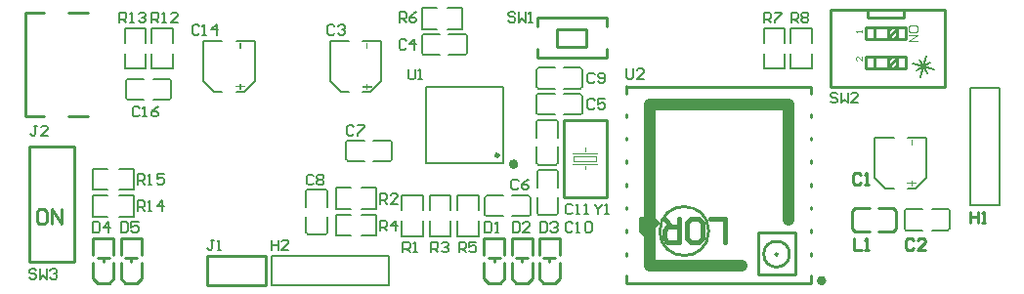
<source format=gto>
G04*
G04 #@! TF.GenerationSoftware,Altium Limited,Altium Designer,24.1.2 (44)*
G04*
G04 Layer_Color=65535*
%FSTAX24Y24*%
%MOIN*%
G70*
G04*
G04 #@! TF.SameCoordinates,D42F5CEB-65A2-4495-9315-5EDE3D0C892D*
G04*
G04*
G04 #@! TF.FilePolarity,Positive*
G04*
G01*
G75*
%ADD10C,0.0060*%
%ADD11C,0.0100*%
%ADD12C,0.0157*%
%ADD13C,0.0080*%
%ADD14C,0.0080*%
%ADD15C,0.0079*%
%ADD16C,0.0394*%
%ADD17C,0.0039*%
G36*
X007455Y008233D02*
X007404D01*
Y008436D01*
X007455D01*
Y008233D01*
D02*
G37*
G36*
X011775Y00823D02*
X011724D01*
Y008433D01*
X011775D01*
Y00823D01*
D02*
G37*
G36*
X007455Y006971D02*
X007599D01*
Y006921D01*
X007455D01*
Y006844D01*
X007404D01*
Y006921D01*
X00726D01*
Y006971D01*
X007404D01*
Y007048D01*
X007455D01*
Y006971D01*
D02*
G37*
G36*
X011775Y006969D02*
X011919D01*
Y006918D01*
X011775D01*
Y006842D01*
X011724D01*
Y006918D01*
X01158D01*
Y006969D01*
X011724D01*
Y007045D01*
X011775D01*
Y006969D01*
D02*
G37*
G36*
X030365Y004933D02*
X030314D01*
Y005136D01*
X030365D01*
Y004933D01*
D02*
G37*
G36*
Y003671D02*
X030509D01*
Y003621D01*
X030365D01*
Y003544D01*
X030314D01*
Y003621D01*
X03017D01*
Y003671D01*
X030314D01*
Y003747D01*
X030365D01*
Y003671D01*
D02*
G37*
D10*
X003581Y007216D02*
G03*
X003521Y007156I0J-00006D01*
G01*
Y006564D02*
G03*
X003581Y006504I00006J0D01*
G01*
X005067Y007156D02*
G03*
X005007Y007216I-00006J0D01*
G01*
Y006504D02*
G03*
X005067Y006564I0J00006D01*
G01*
X018246Y005759D02*
G03*
X018186Y005819I-00006J0D01*
G01*
X017594D02*
G03*
X017534Y005759I0J-00006D01*
G01*
X018186Y004273D02*
G03*
X018246Y004333I0J00006D01*
G01*
X017534D02*
G03*
X017594Y004273I00006J0D01*
G01*
X009674Y001961D02*
G03*
X009734Y001901I00006J0D01*
G01*
X010326D02*
G03*
X010386Y001961I0J00006D01*
G01*
X009734Y003447D02*
G03*
X009674Y003387I0J-00006D01*
G01*
X010386D02*
G03*
X010326Y003447I-00006J0D01*
G01*
X017593Y007596D02*
G03*
X017533Y007536I0J-00006D01*
G01*
Y006944D02*
G03*
X017593Y006884I00006J0D01*
G01*
X019079Y007536D02*
G03*
X019019Y007596I-00006J0D01*
G01*
Y006884D02*
G03*
X019079Y006944I0J00006D01*
G01*
X017593Y006706D02*
G03*
X017533Y006646I0J-00006D01*
G01*
Y006054D02*
G03*
X017593Y005994I00006J0D01*
G01*
X019079Y006646D02*
G03*
X019019Y006706I-00006J0D01*
G01*
Y005994D02*
G03*
X019079Y006054I0J00006D01*
G01*
X013671Y008746D02*
G03*
X013611Y008686I0J-00006D01*
G01*
Y008094D02*
G03*
X013671Y008034I00006J0D01*
G01*
X015157Y008686D02*
G03*
X015097Y008746I-00006J0D01*
G01*
Y008034D02*
G03*
X015157Y008094I0J00006D01*
G01*
X012527Y004404D02*
G03*
X012587Y004464I0J00006D01*
G01*
Y005056D02*
G03*
X012527Y005116I-00006J0D01*
G01*
X011041Y004464D02*
G03*
X011101Y004404I00006J0D01*
G01*
Y005116D02*
G03*
X011041Y005056I0J-00006D01*
G01*
X017544Y002621D02*
G03*
X017604Y002561I00006J0D01*
G01*
X018196D02*
G03*
X018256Y002621I0J00006D01*
G01*
X017604Y004107D02*
G03*
X017544Y004047I0J-00006D01*
G01*
X018256D02*
G03*
X018196Y004107I-00006J0D01*
G01*
X017257Y002524D02*
G03*
X017317Y002584I0J00006D01*
G01*
Y003176D02*
G03*
X017257Y003236I-00006J0D01*
G01*
X015771Y002584D02*
G03*
X015831Y002524I00006J0D01*
G01*
Y003236D02*
G03*
X015771Y003176I0J-00006D01*
G01*
X031567Y002054D02*
G03*
X031627Y002114I0J00006D01*
G01*
Y002706D02*
G03*
X031567Y002766I-00006J0D01*
G01*
X030081Y002114D02*
G03*
X030141Y002054I00006J0D01*
G01*
Y002766D02*
G03*
X030081Y002706I0J-00006D01*
G01*
X003284Y003429D02*
X00379D01*
Y004151D01*
X003284D02*
X00379D01*
X002403Y003429D02*
X002909D01*
X002403D02*
Y004151D01*
X002909D01*
X006532Y006764D02*
X006801D01*
X006164Y007132D02*
X006532Y006764D01*
X006164Y007132D02*
Y008516D01*
X006801D01*
X007279Y006764D02*
X007548D01*
X007916Y007132D01*
Y008516D01*
X007279D02*
X007916D01*
X003581Y006504D02*
X004136D01*
X003581Y007216D02*
X004136D01*
X003521Y006564D02*
Y007156D01*
X004452Y006504D02*
X005007D01*
X004452Y007216D02*
X005007D01*
X005067Y006564D02*
Y007156D01*
X014494Y008919D02*
X015D01*
Y009641D01*
X014494D02*
X015D01*
X013613Y008919D02*
X014119D01*
X013613D02*
Y009641D01*
X014119D01*
X017534Y005204D02*
Y005759D01*
X018246Y005204D02*
Y005759D01*
X017594Y005819D02*
X018186D01*
X017534Y004333D02*
Y004888D01*
X018246Y004333D02*
Y004888D01*
X017594Y004273D02*
X018186D01*
X002403Y003241D02*
X002909D01*
X002403Y002519D02*
Y003241D01*
Y002519D02*
X002909D01*
X003284Y003241D02*
X00379D01*
Y002519D02*
Y003241D01*
X003284Y002519D02*
X00379D01*
X005121Y008444D02*
Y00895D01*
X004399D02*
X005121D01*
X004399Y008444D02*
Y00895D01*
X005121Y007563D02*
Y008069D01*
X004399Y007563D02*
X005121D01*
X004399D02*
Y008069D01*
X004201Y008444D02*
Y00895D01*
X003479D02*
X004201D01*
X003479Y008444D02*
Y00895D01*
X004201Y007563D02*
Y008069D01*
X003479Y007563D02*
X004201D01*
X003479D02*
Y008069D01*
X010386Y001961D02*
Y002516D01*
X009674Y001961D02*
Y002516D01*
X009734Y001901D02*
X010326D01*
X010386Y002832D02*
Y003387D01*
X009674Y002832D02*
Y003387D01*
X009734Y003447D02*
X010326D01*
X01068Y003491D02*
X011186D01*
X01068Y002769D02*
Y003491D01*
Y002769D02*
X011186D01*
X011561Y003491D02*
X012067D01*
Y002769D02*
Y003491D01*
X011561Y002769D02*
X012067D01*
X01068Y002581D02*
X011186D01*
X01068Y001859D02*
Y002581D01*
Y001859D02*
X011186D01*
X011561Y002581D02*
X012067D01*
Y001859D02*
Y002581D01*
X011561Y001859D02*
X012067D01*
X026921Y008444D02*
Y00895D01*
X026199D02*
X026921D01*
X026199Y008444D02*
Y00895D01*
X026921Y007563D02*
Y008069D01*
X026199Y007563D02*
X026921D01*
X026199D02*
Y008069D01*
X026001Y008444D02*
Y00895D01*
X025279D02*
X026001D01*
X025279Y008444D02*
Y00895D01*
X026001Y007563D02*
Y008069D01*
X025279Y007563D02*
X026001D01*
X025279D02*
Y008069D01*
X017593Y006884D02*
X018148D01*
X017593Y007596D02*
X018148D01*
X017533Y006944D02*
Y007536D01*
X018464Y006884D02*
X019019D01*
X018464Y007596D02*
X019019D01*
X019079Y006944D02*
Y007536D01*
X017593Y005994D02*
X018148D01*
X017593Y006706D02*
X018148D01*
X017533Y006054D02*
Y006646D01*
X018464Y005994D02*
X019019D01*
X018464Y006706D02*
X019019D01*
X019079Y006054D02*
Y006646D01*
X010852Y006761D02*
X011121D01*
X010484Y00713D02*
X010852Y006761D01*
X010484Y00713D02*
Y008514D01*
X011121D01*
X011599Y006761D02*
X011868D01*
X012236Y00713D01*
Y008514D01*
X011599D02*
X012236D01*
X013671Y008034D02*
X014226D01*
X013671Y008746D02*
X014226D01*
X013611Y008094D02*
Y008686D01*
X014542Y008034D02*
X015097D01*
X014542Y008746D02*
X015097D01*
X015157Y008094D02*
Y008686D01*
X011972Y005116D02*
X012527D01*
X011972Y004404D02*
X012527D01*
X012587Y004464D02*
Y005056D01*
X011101Y005116D02*
X011656D01*
X011101Y004404D02*
X011656D01*
X011041Y004464D02*
Y005056D01*
X01556Y002734D02*
Y00324D01*
X014838D02*
X01556D01*
X014838Y002734D02*
Y00324D01*
X01556Y001853D02*
Y002359D01*
X014838Y001853D02*
X01556D01*
X014838D02*
Y002359D01*
X013884Y00185D02*
Y002356D01*
Y00185D02*
X014606D01*
Y002356D01*
X013884Y002731D02*
Y003237D01*
X014606D01*
Y002731D02*
Y003237D01*
X012929Y001853D02*
Y002359D01*
Y001853D02*
X013651D01*
Y002359D01*
X012929Y002734D02*
Y00324D01*
X013651D01*
Y002734D02*
Y00324D01*
X017604Y002561D02*
X018196D01*
X018256Y002621D02*
Y003176D01*
X017544Y002621D02*
Y003176D01*
X017604Y004107D02*
X018196D01*
X018256Y003492D02*
Y004047D01*
X017544Y003492D02*
Y004047D01*
X017317Y002584D02*
Y003176D01*
X016702Y003236D02*
X017257D01*
X016702Y002524D02*
X017257D01*
X015771Y002584D02*
Y003176D01*
X015831Y003236D02*
X016386D01*
X015831Y002524D02*
X016386D01*
X030189Y005216D02*
X030826D01*
Y003832D02*
Y005216D01*
X030458Y003464D02*
X030826Y003832D01*
X030189Y003464D02*
X030458D01*
X029074Y005216D02*
X029711D01*
X029074Y003832D02*
Y005216D01*
Y003832D02*
X029442Y003464D01*
X029711D01*
X031627Y002114D02*
Y002706D01*
X031012Y002766D02*
X031567D01*
X031012Y002054D02*
X031567D01*
X030081Y002114D02*
Y002706D01*
X030141Y002766D02*
X030696D01*
X030141Y002054D02*
X030696D01*
D11*
X016253Y004605D02*
G03*
X016253Y004605I-000067J0D01*
G01*
X023404Y002019D02*
G03*
X023404Y002019I-000835J0D01*
G01*
X025758Y001231D02*
G03*
X025758Y001231I-000039J0D01*
G01*
X026159D02*
G03*
X026159Y001231I-00044J0D01*
G01*
X01574Y0012D02*
Y001759D01*
X01644D01*
Y0012D02*
Y001759D01*
X01574Y0004D02*
Y00095D01*
X01644Y0004D02*
Y00095D01*
X01629Y00025D02*
X01644Y0004D01*
X01589Y00025D02*
X01629D01*
X01574Y0004D02*
X01589Y00025D01*
Y0011D02*
X01629D01*
X01609D02*
X01609Y000958D01*
X01668Y0012D02*
Y001759D01*
X01738D01*
Y0012D02*
Y001759D01*
X01668Y0004D02*
Y00095D01*
X01738Y0004D02*
Y00095D01*
X01723Y00025D02*
X01738Y0004D01*
X01683Y00025D02*
X01723D01*
X01668Y0004D02*
X01683Y00025D01*
Y0011D02*
X01723D01*
X01703D02*
X01703Y000958D01*
X0024Y0012D02*
Y001759D01*
X0031D01*
Y0012D02*
Y001759D01*
X0024Y0004D02*
Y00095D01*
X0031Y0004D02*
Y00095D01*
X00295Y00025D02*
X0031Y0004D01*
X00255Y00025D02*
X00295D01*
X0024Y0004D02*
X00255Y00025D01*
Y0011D02*
X00295D01*
X00275D02*
X00275Y000958D01*
X00335Y0012D02*
Y001759D01*
X00405D01*
Y0012D02*
Y001759D01*
X00335Y0004D02*
Y00095D01*
X00405Y0004D02*
Y00095D01*
X0039Y00025D02*
X00405Y0004D01*
X0035Y00025D02*
X0039D01*
X00335Y0004D02*
X0035Y00025D01*
Y0011D02*
X0039D01*
X0037D02*
X0037Y000958D01*
X0063Y00016D02*
Y00116D01*
Y00016D02*
X0083D01*
Y00116D01*
X0063D02*
X0083D01*
X00155Y005942D02*
X002211D01*
X000109D02*
X000715D01*
X00155Y009485D02*
X002211D01*
X000109D02*
X000715D01*
X000109Y005942D02*
Y009485D01*
X028455Y00281D02*
X028905D01*
X028405D02*
X028455D01*
X028305Y00271D02*
X028405Y00281D01*
X028305Y00216D02*
Y00271D01*
Y00211D02*
Y00216D01*
Y00211D02*
X028405Y00201D01*
X028905D01*
X029205D02*
X029655D01*
X029705D01*
X029805Y00211D01*
Y00266D01*
Y00271D01*
X029705Y00281D02*
X029805Y00271D01*
X029205Y00281D02*
X029705D01*
X019915Y007931D02*
Y008243D01*
Y008997D02*
Y009309D01*
X017553D02*
X019915D01*
X017553Y008997D02*
Y009309D01*
Y007931D02*
Y008243D01*
Y007931D02*
X019915D01*
X018234Y00832D02*
Y00892D01*
X019234D01*
Y00832D02*
Y00892D01*
X018234Y00832D02*
X019234D01*
X02883Y00957D02*
X02904D01*
X02883Y00932D02*
Y00957D01*
Y00932D02*
X03007D01*
Y00957D01*
X02977D02*
X03007D01*
X029073Y007577D02*
Y007919D01*
X029746Y007588D02*
Y0076D01*
X02984Y007695D01*
X029533Y007848D02*
X029639Y007955D01*
X029533Y007636D02*
X029545D01*
X02984Y007931D01*
X029534Y007585D02*
Y007927D01*
X02984Y007577D02*
Y007919D01*
X03012Y007556D02*
Y007969D01*
X030108Y007556D02*
X03012D01*
X028762D02*
X030108D01*
X028762D02*
Y007969D01*
X03012D01*
X02757Y00957D02*
X031468D01*
X02757Y00695D02*
Y009566D01*
Y00695D02*
X031468D01*
X03147Y006954D02*
Y00956D01*
X029076Y008578D02*
Y00892D01*
X029749Y00859D02*
Y008601D01*
X029843Y008696D01*
X029536Y008849D02*
X029643Y008956D01*
X029536Y008637D02*
X029548D01*
X029843Y008932D01*
X029537Y008586D02*
Y008928D01*
X029843Y008578D02*
Y00892D01*
X030123Y008557D02*
Y008971D01*
X030111Y008557D02*
X030123D01*
X028765D02*
X030111D01*
X028765D02*
Y008873D01*
Y008971D01*
X030123D01*
X00177Y00097D02*
Y00492D01*
X00022D02*
X00177D01*
X00022Y00097D02*
Y00492D01*
Y00097D02*
X00177D01*
X025089Y000523D02*
X026349D01*
Y00198D01*
X025089D02*
X026349D01*
X025089Y000523D02*
Y00198D01*
X020602Y006697D02*
Y00698D01*
Y005909D02*
Y006003D01*
Y005122D02*
Y005215D01*
Y004334D02*
Y004428D01*
Y003547D02*
Y00364D01*
Y00276D02*
Y002853D01*
Y001973D02*
Y002066D01*
Y001185D02*
Y001279D01*
Y000246D02*
Y000491D01*
X026902Y006697D02*
Y00694D01*
Y005909D02*
Y006003D01*
Y005122D02*
Y005215D01*
Y004334D02*
Y004428D01*
Y003547D02*
Y00364D01*
Y00276D02*
Y002853D01*
Y001972D02*
Y002066D01*
Y001185D02*
Y001278D01*
Y000246D02*
Y000491D01*
X020602Y000246D02*
X026902Y000246D01*
X020601Y00694D02*
X0269Y00694D01*
X018924Y005802D02*
X019476D01*
X018924Y003184D02*
X019476D01*
X019476Y003184D02*
X019928D01*
Y005802D01*
X019476D02*
X019928D01*
X018472D02*
X018924D01*
X018472Y003184D02*
Y005802D01*
Y003184D02*
X018924D01*
X01762Y0012D02*
Y001759D01*
X01832D01*
Y0012D02*
Y001759D01*
X01762Y0004D02*
Y00095D01*
X01832Y0004D02*
Y00095D01*
X01817Y00025D02*
X01832Y0004D01*
X01777Y00025D02*
X01817D01*
X01762Y0004D02*
X01777Y00025D01*
Y0011D02*
X01817D01*
X01797D02*
X01797Y000958D01*
X00132Y00277D02*
Y00227D01*
X000987Y00277D01*
Y00227D01*
X00057D02*
X000737D01*
X00082Y002354D01*
Y002687D01*
X000737Y00277D01*
X00057D01*
X000487Y002687D01*
Y002354D01*
X00057Y00227D01*
X028348Y001767D02*
Y001373D01*
X02861D01*
X028741D02*
X028872D01*
X028807D01*
Y001767D01*
X028741Y001701D01*
X032318Y002687D02*
Y002293D01*
Y00249D01*
X03258D01*
Y002687D01*
Y002293D01*
X032711D02*
X032842D01*
X032777D01*
Y002687D01*
X032711Y002621D01*
X030404Y001701D02*
X030339Y001767D01*
X030208D01*
X030142Y001701D01*
Y001439D01*
X030208Y001373D01*
X030339D01*
X030404Y001439D01*
X030798Y001373D02*
X030536D01*
X030798Y001636D01*
Y001701D01*
X030732Y001767D01*
X030601D01*
X030536Y001701D01*
X0286Y003931D02*
X028534Y003997D01*
X028403D01*
X028338Y003931D01*
Y003669D01*
X028403Y003603D01*
X028534D01*
X0286Y003669D01*
X028731Y003603D02*
X028862D01*
X028797D01*
Y003997D01*
X028731Y003931D01*
D12*
X01667Y004302D02*
G03*
X01667Y004303I000079J0D01*
G01*
X027333Y000326D02*
G03*
X027333Y000326I-000079J0D01*
G01*
X023976Y001651D02*
Y002439D01*
X023451D01*
X022795Y001651D02*
X023057D01*
X023188Y001783D01*
Y002307D01*
X023057Y002439D01*
X022795D01*
X022664Y002307D01*
Y001783D01*
X022795Y001651D01*
X022401Y002439D02*
Y001651D01*
X022008D01*
X021877Y001783D01*
Y002045D01*
X022008Y002176D01*
X022401D01*
X022139D02*
X021877Y002439D01*
X021483Y001914D02*
X021221D01*
X021089Y002045D01*
Y002439D01*
X021483D01*
X021614Y002307D01*
X021483Y002176D01*
X021089D01*
D13*
X00923Y00117D02*
X01248D01*
X03231Y00365D02*
Y0069D01*
D14*
X00848Y00117D02*
X00923D01*
X00848Y00017D02*
Y00117D01*
Y00017D02*
X01248D01*
Y00117D01*
X03231Y0069D02*
X03331D01*
Y0029D02*
Y0069D01*
X03231Y0029D02*
X03331D01*
X03231D02*
Y00365D01*
X030363Y007728D02*
X031094Y007546D01*
X030637Y007271D02*
X03082Y008003D01*
X0305Y0075D02*
X030957Y007774D01*
X030866Y007409D02*
X030591Y007866D01*
D15*
X013757Y004497D02*
Y006937D01*
X016377D01*
Y004327D02*
Y006937D01*
X013757Y004327D02*
X016377D01*
X013757D02*
Y004627D01*
X012845Y009143D02*
Y009497D01*
X013022D01*
X013081Y009438D01*
Y00932D01*
X013022Y009261D01*
X012845D01*
X012963D02*
X013081Y009143D01*
X013435Y009497D02*
X013317Y009438D01*
X013199Y00932D01*
Y009202D01*
X013258Y009143D01*
X013376D01*
X013435Y009202D01*
Y009261D01*
X013376Y00932D01*
X013199D01*
X019514Y002947D02*
Y002888D01*
X019632Y00277D01*
X01975Y002888D01*
Y002947D01*
X019632Y00277D02*
Y002593D01*
X019868D02*
X019986D01*
X019927D01*
Y002947D01*
X019868Y002888D01*
X020595Y007557D02*
Y007262D01*
X020654Y007203D01*
X020772D01*
X020831Y007262D01*
Y007557D01*
X021185Y007203D02*
X020949D01*
X021185Y007439D01*
Y007498D01*
X021126Y007557D01*
X021008D01*
X020949Y007498D01*
X013154Y007547D02*
Y007252D01*
X013213Y007193D01*
X013331D01*
X01339Y007252D01*
Y007547D01*
X013508Y007193D02*
X013626D01*
X013567D01*
Y007547D01*
X013508Y007488D01*
X000464Y000678D02*
X000405Y000737D01*
X000287D01*
X000228Y000678D01*
Y000619D01*
X000287Y00056D01*
X000405D01*
X000464Y000501D01*
Y000442D01*
X000405Y000383D01*
X000287D01*
X000228Y000442D01*
X000582Y000737D02*
Y000383D01*
X0007Y000501D01*
X000818Y000383D01*
Y000737D01*
X000936Y000678D02*
X000995Y000737D01*
X001113D01*
X001172Y000678D01*
Y000619D01*
X001113Y00056D01*
X001054D01*
X001113D01*
X001172Y000501D01*
Y000442D01*
X001113Y000383D01*
X000995D01*
X000936Y000442D01*
X027794Y006688D02*
X027735Y006747D01*
X027617D01*
X027558Y006688D01*
Y006629D01*
X027617Y00657D01*
X027735D01*
X027794Y006511D01*
Y006452D01*
X027735Y006393D01*
X027617D01*
X027558Y006452D01*
X027912Y006747D02*
Y006393D01*
X02803Y006511D01*
X028148Y006393D01*
Y006747D01*
X028502Y006393D02*
X028266D01*
X028502Y006629D01*
Y006688D01*
X028443Y006747D01*
X028325D01*
X028266Y006688D01*
X016803Y009448D02*
X016744Y009507D01*
X016626D01*
X016567Y009448D01*
Y009389D01*
X016626Y00933D01*
X016744D01*
X016803Y009271D01*
Y009212D01*
X016744Y009153D01*
X016626D01*
X016567Y009212D01*
X016921Y009507D02*
Y009153D01*
X017039Y009271D01*
X017157Y009153D01*
Y009507D01*
X017275Y009153D02*
X017393D01*
X017334D01*
Y009507D01*
X017275Y009448D01*
X003927Y003613D02*
Y003967D01*
X004104D01*
X004163Y003908D01*
Y00379D01*
X004104Y003731D01*
X003927D01*
X004045D02*
X004163Y003613D01*
X004281D02*
X0044D01*
X00434D01*
Y003967D01*
X004281Y003908D01*
X004813Y003967D02*
X004577D01*
Y00379D01*
X004695Y003849D01*
X004754D01*
X004813Y00379D01*
Y003672D01*
X004754Y003613D01*
X004636D01*
X004577Y003672D01*
X003927Y002703D02*
Y003057D01*
X004104D01*
X004163Y002998D01*
Y00288D01*
X004104Y002821D01*
X003927D01*
X004045D02*
X004163Y002703D01*
X004281D02*
X0044D01*
X00434D01*
Y003057D01*
X004281Y002998D01*
X004754Y002703D02*
Y003057D01*
X004577Y00288D01*
X004813D01*
X003307Y009133D02*
Y009487D01*
X003484D01*
X003543Y009428D01*
Y00931D01*
X003484Y009251D01*
X003307D01*
X003425D02*
X003543Y009133D01*
X003661D02*
X00378D01*
X00372D01*
Y009487D01*
X003661Y009428D01*
X003957D02*
X004016Y009487D01*
X004134D01*
X004193Y009428D01*
Y009369D01*
X004134Y00931D01*
X004075D01*
X004134D01*
X004193Y009251D01*
Y009192D01*
X004134Y009133D01*
X004016D01*
X003957Y009192D01*
X004407Y009133D02*
Y009487D01*
X004584D01*
X004643Y009428D01*
Y00931D01*
X004584Y009251D01*
X004407D01*
X004525D02*
X004643Y009133D01*
X004761D02*
X00488D01*
X00482D01*
Y009487D01*
X004761Y009428D01*
X005293Y009133D02*
X005057D01*
X005293Y009369D01*
Y009428D01*
X005234Y009487D01*
X005116D01*
X005057Y009428D01*
X026215Y009133D02*
Y009487D01*
X026392D01*
X026451Y009428D01*
Y00931D01*
X026392Y009251D01*
X026215D01*
X026333D02*
X026451Y009133D01*
X026569Y009428D02*
X026628Y009487D01*
X026746D01*
X026805Y009428D01*
Y009369D01*
X026746Y00931D01*
X026805Y009251D01*
Y009192D01*
X026746Y009133D01*
X026628D01*
X026569Y009192D01*
Y009251D01*
X026628Y00931D01*
X026569Y009369D01*
Y009428D01*
X026628Y00931D02*
X026746D01*
X025295Y009133D02*
Y009487D01*
X025472D01*
X025531Y009428D01*
Y00931D01*
X025472Y009251D01*
X025295D01*
X025413D02*
X025531Y009133D01*
X025649Y009487D02*
X025885D01*
Y009428D01*
X025649Y009192D01*
Y009133D01*
X014885Y001293D02*
Y001647D01*
X015062D01*
X015121Y001588D01*
Y00147D01*
X015062Y001411D01*
X014885D01*
X015003D02*
X015121Y001293D01*
X015475Y001647D02*
X015239D01*
Y00147D01*
X015357Y001529D01*
X015416D01*
X015475Y00147D01*
Y001352D01*
X015416Y001293D01*
X015298D01*
X015239Y001352D01*
X012195Y002033D02*
Y002387D01*
X012372D01*
X012431Y002328D01*
Y00221D01*
X012372Y002151D01*
X012195D01*
X012313D02*
X012431Y002033D01*
X012726D02*
Y002387D01*
X012549Y00221D01*
X012785D01*
X013935Y001293D02*
Y001647D01*
X014112D01*
X014171Y001588D01*
Y00147D01*
X014112Y001411D01*
X013935D01*
X014053D02*
X014171Y001293D01*
X014289Y001588D02*
X014348Y001647D01*
X014466D01*
X014525Y001588D01*
Y001529D01*
X014466Y00147D01*
X014407D01*
X014466D01*
X014525Y001411D01*
Y001352D01*
X014466Y001293D01*
X014348D01*
X014289Y001352D01*
X012195Y002953D02*
Y003307D01*
X012372D01*
X012431Y003248D01*
Y00313D01*
X012372Y003071D01*
X012195D01*
X012313D02*
X012431Y002953D01*
X012785D02*
X012549D01*
X012785Y003189D01*
Y003248D01*
X012726Y003307D01*
X012608D01*
X012549Y003248D01*
X012974Y001293D02*
Y001647D01*
X013151D01*
X01321Y001588D01*
Y00147D01*
X013151Y001411D01*
X012974D01*
X013092D02*
X01321Y001293D01*
X013328D02*
X013446D01*
X013387D01*
Y001647D01*
X013328Y001588D01*
X000501Y005617D02*
X000383D01*
X000442D01*
Y005322D01*
X000383Y005263D01*
X000324D01*
X000265Y005322D01*
X000855Y005263D02*
X000619D01*
X000855Y005499D01*
Y005558D01*
X000796Y005617D01*
X000678D01*
X000619Y005558D01*
X00653Y001717D02*
X006412D01*
X006471D01*
Y001422D01*
X006412Y001363D01*
X006353D01*
X006294Y001422D01*
X006648Y001363D02*
X006766D01*
X006707D01*
Y001717D01*
X006648Y001658D01*
X008485Y001717D02*
Y001363D01*
Y00154D01*
X008721D01*
Y001717D01*
Y001363D01*
X009075D02*
X008839D01*
X009075Y001599D01*
Y001658D01*
X009016Y001717D01*
X008898D01*
X008839Y001658D01*
X003355Y002327D02*
Y001973D01*
X003532D01*
X003591Y002032D01*
Y002268D01*
X003532Y002327D01*
X003355D01*
X003945D02*
X003709D01*
Y00215D01*
X003827Y002209D01*
X003886D01*
X003945Y00215D01*
Y002032D01*
X003886Y001973D01*
X003768D01*
X003709Y002032D01*
X002405Y002327D02*
Y001973D01*
X002582D01*
X002641Y002032D01*
Y002268D01*
X002582Y002327D01*
X002405D01*
X002936Y001973D02*
Y002327D01*
X002759Y00215D01*
X002995D01*
X017655Y002327D02*
Y001973D01*
X017832D01*
X017891Y002032D01*
Y002268D01*
X017832Y002327D01*
X017655D01*
X018009Y002268D02*
X018068Y002327D01*
X018186D01*
X018245Y002268D01*
Y002209D01*
X018186Y00215D01*
X018127D01*
X018186D01*
X018245Y002091D01*
Y002032D01*
X018186Y001973D01*
X018068D01*
X018009Y002032D01*
X016715Y002327D02*
Y001973D01*
X016892D01*
X016951Y002032D01*
Y002268D01*
X016892Y002327D01*
X016715D01*
X017305Y001973D02*
X017069D01*
X017305Y002209D01*
Y002268D01*
X017246Y002327D01*
X017128D01*
X017069Y002268D01*
X015768Y002329D02*
Y001974D01*
X015945D01*
X016004Y002034D01*
Y00227D01*
X015945Y002329D01*
X015768D01*
X016122Y001974D02*
X01624D01*
X016181D01*
Y002329D01*
X016122Y00227D01*
X003983Y006218D02*
X003924Y006277D01*
X003806D01*
X003747Y006218D01*
Y005982D01*
X003806Y005923D01*
X003924D01*
X003983Y005982D01*
X004101Y005923D02*
X00422D01*
X00416D01*
Y006277D01*
X004101Y006218D01*
X004633Y006277D02*
X004515Y006218D01*
X004397Y0061D01*
Y005982D01*
X004456Y005923D01*
X004574D01*
X004633Y005982D01*
Y006041D01*
X004574Y0061D01*
X004397D01*
X006023Y009008D02*
X005964Y009067D01*
X005846D01*
X005787Y009008D01*
Y008772D01*
X005846Y008713D01*
X005964D01*
X006023Y008772D01*
X006141Y008713D02*
X00626D01*
X0062D01*
Y009067D01*
X006141Y009008D01*
X006614Y008713D02*
Y009067D01*
X006437Y00889D01*
X006673D01*
X018762Y002888D02*
X018703Y002947D01*
X018585D01*
X018526Y002888D01*
Y002652D01*
X018585Y002593D01*
X018703D01*
X018762Y002652D01*
X01888Y002593D02*
X018999D01*
X01894D01*
Y002947D01*
X01888Y002888D01*
X019176Y002593D02*
X019294D01*
X019235D01*
Y002947D01*
X019176Y002888D01*
X018763Y002268D02*
X018704Y002327D01*
X018586D01*
X018527Y002268D01*
Y002032D01*
X018586Y001973D01*
X018704D01*
X018763Y002032D01*
X018881Y001973D02*
X019D01*
X01894D01*
Y002327D01*
X018881Y002268D01*
X019177D02*
X019236Y002327D01*
X019354D01*
X019413Y002268D01*
Y002032D01*
X019354Y001973D01*
X019236D01*
X019177Y002032D01*
Y002268D01*
X019511Y007358D02*
X019452Y007417D01*
X019334D01*
X019275Y007358D01*
Y007122D01*
X019334Y007063D01*
X019452D01*
X019511Y007122D01*
X019629D02*
X019688Y007063D01*
X019806D01*
X019865Y007122D01*
Y007358D01*
X019806Y007417D01*
X019688D01*
X019629Y007358D01*
Y007299D01*
X019688Y00724D01*
X019865D01*
X009921Y003888D02*
X009862Y003947D01*
X009744D01*
X009685Y003888D01*
Y003652D01*
X009744Y003593D01*
X009862D01*
X009921Y003652D01*
X010039Y003888D02*
X010098Y003947D01*
X010216D01*
X010275Y003888D01*
Y003829D01*
X010216Y00377D01*
X010275Y003711D01*
Y003652D01*
X010216Y003593D01*
X010098D01*
X010039Y003652D01*
Y003711D01*
X010098Y00377D01*
X010039Y003829D01*
Y003888D01*
X010098Y00377D02*
X010216D01*
X011301Y005568D02*
X011242Y005627D01*
X011124D01*
X011065Y005568D01*
Y005332D01*
X011124Y005273D01*
X011242D01*
X011301Y005332D01*
X011419Y005627D02*
X011655D01*
Y005568D01*
X011419Y005332D01*
Y005273D01*
X016911Y003728D02*
X016852Y003787D01*
X016734D01*
X016675Y003728D01*
Y003492D01*
X016734Y003433D01*
X016852D01*
X016911Y003492D01*
X017265Y003787D02*
X017147Y003728D01*
X017029Y00361D01*
Y003492D01*
X017088Y003433D01*
X017206D01*
X017265Y003492D01*
Y003551D01*
X017206Y00361D01*
X017029D01*
X019511Y006468D02*
X019452Y006527D01*
X019334D01*
X019275Y006468D01*
Y006232D01*
X019334Y006173D01*
X019452D01*
X019511Y006232D01*
X019865Y006527D02*
X019629D01*
Y00635D01*
X019747Y006409D01*
X019806D01*
X019865Y00635D01*
Y006232D01*
X019806Y006173D01*
X019688D01*
X019629Y006232D01*
X013081Y008508D02*
X013022Y008567D01*
X012904D01*
X012845Y008508D01*
Y008272D01*
X012904Y008213D01*
X013022D01*
X013081Y008272D01*
X013376Y008213D02*
Y008567D01*
X013199Y00839D01*
X013435D01*
X010641Y009008D02*
X010582Y009067D01*
X010464D01*
X010405Y009008D01*
Y008772D01*
X010464Y008713D01*
X010582D01*
X010641Y008772D01*
X010759Y009008D02*
X010818Y009067D01*
X010936D01*
X010995Y009008D01*
Y008949D01*
X010936Y00889D01*
X010877D01*
X010936D01*
X010995Y008831D01*
Y008772D01*
X010936Y008713D01*
X010818D01*
X010759Y008772D01*
D16*
X026113Y002413D02*
Y00635D01*
X021388D02*
X026113D01*
X021388Y000838D02*
Y00635D01*
Y000838D02*
X024538D01*
D17*
X0192Y004723D02*
Y004863D01*
X018763Y004683D02*
X01959D01*
X019551Y004407D02*
Y004565D01*
X018803Y004407D02*
X019551D01*
X018803D02*
Y004565D01*
X019551D01*
X018763Y004289D02*
X01959D01*
X019196Y004132D02*
Y00425D01*
X028628Y007961D02*
Y00783D01*
X028497Y007961D01*
X028464D01*
X028432Y007928D01*
Y007863D01*
X028464Y00783D01*
X028626Y008808D02*
Y008874D01*
Y008841D01*
X02843D01*
X028462Y008808D01*
X030537Y008873D02*
Y008978D01*
X030485Y00903D01*
X030275D01*
X030223Y008978D01*
Y008873D01*
X030275Y00882D01*
X030485D01*
X030537Y008873D01*
X030223Y008715D02*
X030537D01*
X030223Y008505D01*
X030537D01*
M02*

</source>
